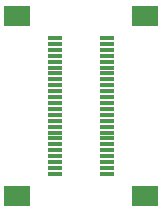
<source format=gbr>
%TF.GenerationSoftware,KiCad,Pcbnew,7.0.2*%
%TF.CreationDate,2023-08-17T13:15:17-07:00*%
%TF.ProjectId,Fpc24Coupler,46706332-3443-46f7-9570-6c65722e6b69,rev?*%
%TF.SameCoordinates,Original*%
%TF.FileFunction,Paste,Top*%
%TF.FilePolarity,Positive*%
%FSLAX46Y46*%
G04 Gerber Fmt 4.6, Leading zero omitted, Abs format (unit mm)*
G04 Created by KiCad (PCBNEW 7.0.2) date 2023-08-17 13:15:17*
%MOMM*%
%LPD*%
G01*
G04 APERTURE LIST*
%ADD10R,1.300000X0.300000*%
%ADD11R,2.200000X1.800000*%
G04 APERTURE END LIST*
D10*
%TO.C,J2*%
X156650000Y-105750000D03*
X156650000Y-105250000D03*
X156650000Y-104750000D03*
X156650000Y-104250000D03*
X156650000Y-103750000D03*
X156650000Y-103250000D03*
X156650000Y-102750000D03*
X156650000Y-102250000D03*
X156650000Y-101750000D03*
X156650000Y-101250000D03*
X156650000Y-100750000D03*
X156650000Y-100250000D03*
X156650000Y-99750000D03*
X156650000Y-99250000D03*
X156650000Y-98750000D03*
X156650000Y-98250000D03*
X156650000Y-97750000D03*
X156650000Y-97250000D03*
X156650000Y-96750000D03*
X156650000Y-96250000D03*
X156650000Y-95750000D03*
X156650000Y-95250000D03*
X156650000Y-94750000D03*
X156650000Y-94250000D03*
D11*
X159900000Y-107650000D03*
X159900000Y-92350000D03*
%TD*%
D10*
%TO.C,J1*%
X152300000Y-94250000D03*
X152300000Y-94750000D03*
X152300000Y-95250000D03*
X152300000Y-95750000D03*
X152300000Y-96250000D03*
X152300000Y-96750000D03*
X152300000Y-97250000D03*
X152300000Y-97750000D03*
X152300000Y-98250000D03*
X152300000Y-98750000D03*
X152300000Y-99250000D03*
X152300000Y-99750000D03*
X152300000Y-100250000D03*
X152300000Y-100750000D03*
X152300000Y-101250000D03*
X152300000Y-101750000D03*
X152300000Y-102250000D03*
X152300000Y-102750000D03*
X152300000Y-103250000D03*
X152300000Y-103750000D03*
X152300000Y-104250000D03*
X152300000Y-104750000D03*
X152300000Y-105250000D03*
X152300000Y-105750000D03*
D11*
X149050000Y-107650000D03*
X149050000Y-92350000D03*
%TD*%
M02*

</source>
